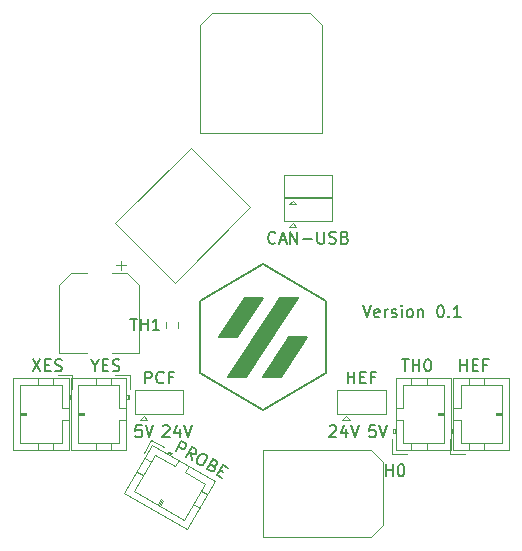
<source format=gbr>
%TF.GenerationSoftware,KiCad,Pcbnew,(5.1.10)-1*%
%TF.CreationDate,2021-12-06T16:33:20+01:00*%
%TF.ProjectId,MiniAB-CAN-Board,4d696e69-4142-42d4-9341-4e2d426f6172,rev?*%
%TF.SameCoordinates,Original*%
%TF.FileFunction,Legend,Top*%
%TF.FilePolarity,Positive*%
%FSLAX46Y46*%
G04 Gerber Fmt 4.6, Leading zero omitted, Abs format (unit mm)*
G04 Created by KiCad (PCBNEW (5.1.10)-1) date 2021-12-06 16:33:20*
%MOMM*%
%LPD*%
G01*
G04 APERTURE LIST*
%ADD10C,0.120000*%
%ADD11C,0.100000*%
%ADD12C,0.200000*%
%ADD13C,0.150000*%
G04 APERTURE END LIST*
D10*
X-24206037Y-45148081D02*
X-30582019Y-51524063D01*
X-29234981Y-40119137D02*
X-24206037Y-45148081D01*
X-35610963Y-46495119D02*
X-29234981Y-40119137D01*
X-30582019Y-51524063D02*
X-35610963Y-46495119D01*
D11*
G36*
X-23139400Y-52806600D02*
G01*
X-25374600Y-56134000D01*
X-26822400Y-56108600D01*
X-24688800Y-52908200D01*
X-24612600Y-52781200D01*
X-23139400Y-52806600D01*
G37*
X-23139400Y-52806600D02*
X-25374600Y-56134000D01*
X-26822400Y-56108600D01*
X-24688800Y-52908200D01*
X-24612600Y-52781200D01*
X-23139400Y-52806600D01*
G36*
X-21615400Y-59486800D02*
G01*
X-23063200Y-59486800D01*
X-20920864Y-56136390D01*
X-19405600Y-56134000D01*
X-21615400Y-59486800D01*
G37*
X-21615400Y-59486800D02*
X-23063200Y-59486800D01*
X-20920864Y-56136390D01*
X-19405600Y-56134000D01*
X-21615400Y-59486800D01*
G36*
X-24511000Y-59486800D02*
G01*
X-26060400Y-59486800D01*
X-21684324Y-52790080D01*
X-20167600Y-52781200D01*
X-24511000Y-59486800D01*
G37*
X-24511000Y-59486800D02*
X-26060400Y-59486800D01*
X-21684324Y-52790080D01*
X-20167600Y-52781200D01*
X-24511000Y-59486800D01*
D12*
X-21557204Y-59482700D02*
X-21557204Y-59482700D01*
X-25273404Y-56136390D02*
X-25273404Y-56136390D01*
X-25273404Y-56136390D02*
X-23084054Y-52790080D01*
X-26826404Y-56136390D02*
X-25273404Y-56136390D01*
X-24637074Y-52790080D02*
X-26826404Y-56136390D01*
X-23084054Y-52790080D02*
X-24637074Y-52790080D01*
X-23110204Y-59482700D02*
X-21557204Y-59482700D01*
X-23095184Y-49984810D02*
X-17767864Y-53060600D01*
X-20131304Y-52790080D02*
X-21684324Y-52790080D01*
X-23095184Y-49984810D02*
X-23095184Y-49984810D01*
X-23095184Y-62287975D02*
X-28422600Y-59212180D01*
X-17767864Y-59212180D02*
X-23095184Y-62287975D01*
X-28422600Y-59212180D02*
X-28422600Y-53060600D01*
X-20920864Y-56136390D02*
X-23110204Y-59482700D01*
X-19367864Y-56136390D02*
X-20920864Y-56136390D01*
X-17767864Y-53060600D02*
X-17767864Y-59212180D01*
X-21557204Y-59482700D02*
X-19367864Y-56136390D01*
X-24509944Y-59482700D02*
X-24509944Y-59482700D01*
X-26062954Y-59482700D02*
X-24509944Y-59482700D01*
X-21684324Y-52790080D02*
X-26062954Y-59482700D01*
X-24509944Y-59482700D02*
X-20131304Y-52790080D01*
X-28422600Y-53060600D02*
X-23095184Y-49984810D01*
D13*
X-14655276Y-53452780D02*
X-14321942Y-54452780D01*
X-13988609Y-53452780D01*
X-13274323Y-54405161D02*
X-13369561Y-54452780D01*
X-13560038Y-54452780D01*
X-13655276Y-54405161D01*
X-13702895Y-54309923D01*
X-13702895Y-53928971D01*
X-13655276Y-53833733D01*
X-13560038Y-53786114D01*
X-13369561Y-53786114D01*
X-13274323Y-53833733D01*
X-13226704Y-53928971D01*
X-13226704Y-54024209D01*
X-13702895Y-54119447D01*
X-12798133Y-54452780D02*
X-12798133Y-53786114D01*
X-12798133Y-53976590D02*
X-12750514Y-53881352D01*
X-12702895Y-53833733D01*
X-12607657Y-53786114D01*
X-12512419Y-53786114D01*
X-12226704Y-54405161D02*
X-12131466Y-54452780D01*
X-11940990Y-54452780D01*
X-11845752Y-54405161D01*
X-11798133Y-54309923D01*
X-11798133Y-54262304D01*
X-11845752Y-54167066D01*
X-11940990Y-54119447D01*
X-12083847Y-54119447D01*
X-12179085Y-54071828D01*
X-12226704Y-53976590D01*
X-12226704Y-53928971D01*
X-12179085Y-53833733D01*
X-12083847Y-53786114D01*
X-11940990Y-53786114D01*
X-11845752Y-53833733D01*
X-11369561Y-54452780D02*
X-11369561Y-53786114D01*
X-11369561Y-53452780D02*
X-11417180Y-53500400D01*
X-11369561Y-53548019D01*
X-11321942Y-53500400D01*
X-11369561Y-53452780D01*
X-11369561Y-53548019D01*
X-10750514Y-54452780D02*
X-10845752Y-54405161D01*
X-10893371Y-54357542D01*
X-10940990Y-54262304D01*
X-10940990Y-53976590D01*
X-10893371Y-53881352D01*
X-10845752Y-53833733D01*
X-10750514Y-53786114D01*
X-10607657Y-53786114D01*
X-10512419Y-53833733D01*
X-10464800Y-53881352D01*
X-10417180Y-53976590D01*
X-10417180Y-54262304D01*
X-10464800Y-54357542D01*
X-10512419Y-54405161D01*
X-10607657Y-54452780D01*
X-10750514Y-54452780D01*
X-9988609Y-53786114D02*
X-9988609Y-54452780D01*
X-9988609Y-53881352D02*
X-9940990Y-53833733D01*
X-9845752Y-53786114D01*
X-9702895Y-53786114D01*
X-9607657Y-53833733D01*
X-9560038Y-53928971D01*
X-9560038Y-54452780D01*
X-8131466Y-53452780D02*
X-8036228Y-53452780D01*
X-7940990Y-53500400D01*
X-7893371Y-53548019D01*
X-7845752Y-53643257D01*
X-7798133Y-53833733D01*
X-7798133Y-54071828D01*
X-7845752Y-54262304D01*
X-7893371Y-54357542D01*
X-7940990Y-54405161D01*
X-8036228Y-54452780D01*
X-8131466Y-54452780D01*
X-8226704Y-54405161D01*
X-8274323Y-54357542D01*
X-8321942Y-54262304D01*
X-8369561Y-54071828D01*
X-8369561Y-53833733D01*
X-8321942Y-53643257D01*
X-8274323Y-53548019D01*
X-8226704Y-53500400D01*
X-8131466Y-53452780D01*
X-7369561Y-54357542D02*
X-7321942Y-54405161D01*
X-7369561Y-54452780D01*
X-7417180Y-54405161D01*
X-7369561Y-54357542D01*
X-7369561Y-54452780D01*
X-6369561Y-54452780D02*
X-6940990Y-54452780D01*
X-6655276Y-54452780D02*
X-6655276Y-53452780D01*
X-6750514Y-53595638D01*
X-6845752Y-53690876D01*
X-6940990Y-53738495D01*
X-31594276Y-63708019D02*
X-31546657Y-63660400D01*
X-31451419Y-63612780D01*
X-31213323Y-63612780D01*
X-31118085Y-63660400D01*
X-31070466Y-63708019D01*
X-31022847Y-63803257D01*
X-31022847Y-63898495D01*
X-31070466Y-64041352D01*
X-31641895Y-64612780D01*
X-31022847Y-64612780D01*
X-30165704Y-63946114D02*
X-30165704Y-64612780D01*
X-30403800Y-63565161D02*
X-30641895Y-64279447D01*
X-30022847Y-64279447D01*
X-29784752Y-63612780D02*
X-29451419Y-64612780D01*
X-29118085Y-63612780D01*
X-33388276Y-63612780D02*
X-33864466Y-63612780D01*
X-33912085Y-64088971D01*
X-33864466Y-64041352D01*
X-33769228Y-63993733D01*
X-33531133Y-63993733D01*
X-33435895Y-64041352D01*
X-33388276Y-64088971D01*
X-33340657Y-64184209D01*
X-33340657Y-64422304D01*
X-33388276Y-64517542D01*
X-33435895Y-64565161D01*
X-33531133Y-64612780D01*
X-33769228Y-64612780D01*
X-33864466Y-64565161D01*
X-33912085Y-64517542D01*
X-33054942Y-63612780D02*
X-32721609Y-64612780D01*
X-32388276Y-63612780D01*
X-13601676Y-63612780D02*
X-14077866Y-63612780D01*
X-14125485Y-64088971D01*
X-14077866Y-64041352D01*
X-13982628Y-63993733D01*
X-13744533Y-63993733D01*
X-13649295Y-64041352D01*
X-13601676Y-64088971D01*
X-13554057Y-64184209D01*
X-13554057Y-64422304D01*
X-13601676Y-64517542D01*
X-13649295Y-64565161D01*
X-13744533Y-64612780D01*
X-13982628Y-64612780D01*
X-14077866Y-64565161D01*
X-14125485Y-64517542D01*
X-13268342Y-63612780D02*
X-12935009Y-64612780D01*
X-12601676Y-63612780D01*
X-17471876Y-63708019D02*
X-17424257Y-63660400D01*
X-17329019Y-63612780D01*
X-17090923Y-63612780D01*
X-16995685Y-63660400D01*
X-16948066Y-63708019D01*
X-16900447Y-63803257D01*
X-16900447Y-63898495D01*
X-16948066Y-64041352D01*
X-17519495Y-64612780D01*
X-16900447Y-64612780D01*
X-16043304Y-63946114D02*
X-16043304Y-64612780D01*
X-16281400Y-63565161D02*
X-16519495Y-64279447D01*
X-15900447Y-64279447D01*
X-15662352Y-63612780D02*
X-15329019Y-64612780D01*
X-14995685Y-63612780D01*
D10*
%TO.C,J6*%
X-23096400Y-73077800D02*
X-23096400Y-65707800D01*
X-13966400Y-73077800D02*
X-23096400Y-73077800D01*
X-12966400Y-72077800D02*
X-13966400Y-73077800D01*
X-12966400Y-66707800D02*
X-12966400Y-72077800D01*
X-13966400Y-65707800D02*
X-12966400Y-66707800D01*
X-23096400Y-65707800D02*
X-13966400Y-65707800D01*
%TO.C,TH1*%
X-31307300Y-54880742D02*
X-31307300Y-55355258D01*
X-30262300Y-54880742D02*
X-30262300Y-55355258D01*
%TO.C,JP4*%
X-33952400Y-60620400D02*
X-29852400Y-60620400D01*
X-29852400Y-60620400D02*
X-29852400Y-62620400D01*
X-29852400Y-62620400D02*
X-33952400Y-62620400D01*
X-33952400Y-62620400D02*
X-33952400Y-60620400D01*
X-33202400Y-62820400D02*
X-33502400Y-63120400D01*
X-33502400Y-63120400D02*
X-32902400Y-63120400D01*
X-33202400Y-62820400D02*
X-32902400Y-63120400D01*
%TO.C,JP3*%
X-16832800Y-60620400D02*
X-12732800Y-60620400D01*
X-12732800Y-60620400D02*
X-12732800Y-62620400D01*
X-12732800Y-62620400D02*
X-16832800Y-62620400D01*
X-16832800Y-62620400D02*
X-16832800Y-60620400D01*
X-16082800Y-62820400D02*
X-16382800Y-63120400D01*
X-16382800Y-63120400D02*
X-15782800Y-63120400D01*
X-16082800Y-62820400D02*
X-15782800Y-63120400D01*
%TO.C,JP2*%
X-21354000Y-44313600D02*
X-17254000Y-44313600D01*
X-17254000Y-44313600D02*
X-17254000Y-46313600D01*
X-17254000Y-46313600D02*
X-21354000Y-46313600D01*
X-21354000Y-46313600D02*
X-21354000Y-44313600D01*
X-20604000Y-46513600D02*
X-20904000Y-46813600D01*
X-20904000Y-46813600D02*
X-20304000Y-46813600D01*
X-20604000Y-46513600D02*
X-20304000Y-46813600D01*
%TO.C,JP1*%
X-21354000Y-42383200D02*
X-17254000Y-42383200D01*
X-17254000Y-42383200D02*
X-17254000Y-44383200D01*
X-17254000Y-44383200D02*
X-21354000Y-44383200D01*
X-21354000Y-44383200D02*
X-21354000Y-42383200D01*
X-20604000Y-44583200D02*
X-20904000Y-44883200D01*
X-20904000Y-44883200D02*
X-20304000Y-44883200D01*
X-20604000Y-44583200D02*
X-20304000Y-44883200D01*
%TO.C,J10*%
X-12168400Y-66012400D02*
X-10918400Y-66012400D01*
X-12168400Y-64762400D02*
X-12168400Y-66012400D01*
X-7758400Y-62652400D02*
X-8258400Y-62652400D01*
X-8258400Y-62552400D02*
X-7758400Y-62552400D01*
X-8258400Y-62752400D02*
X-8258400Y-62552400D01*
X-7758400Y-62752400D02*
X-8258400Y-62752400D01*
X-9258400Y-59592400D02*
X-9258400Y-60202400D01*
X-10558400Y-59592400D02*
X-10558400Y-60202400D01*
X-9258400Y-65712400D02*
X-9258400Y-65102400D01*
X-10558400Y-65712400D02*
X-10558400Y-65102400D01*
X-11258400Y-62152400D02*
X-11868400Y-62152400D01*
X-11258400Y-60202400D02*
X-11258400Y-62152400D01*
X-7758400Y-60202400D02*
X-11258400Y-60202400D01*
X-7758400Y-65102400D02*
X-7758400Y-60202400D01*
X-11258400Y-65102400D02*
X-7758400Y-65102400D01*
X-11258400Y-63152400D02*
X-11258400Y-65102400D01*
X-11868400Y-63152400D02*
X-11258400Y-63152400D01*
X-11968400Y-63952400D02*
X-11968400Y-64252400D01*
X-12068400Y-64252400D02*
X-11868400Y-64252400D01*
X-12068400Y-63952400D02*
X-12068400Y-64252400D01*
X-11868400Y-63952400D02*
X-12068400Y-63952400D01*
X-11868400Y-59592400D02*
X-11868400Y-65712400D01*
X-7148400Y-59592400D02*
X-11868400Y-59592400D01*
X-7148400Y-65712400D02*
X-7148400Y-59592400D01*
X-11868400Y-65712400D02*
X-7148400Y-65712400D01*
%TO.C,J7*%
X-7291600Y-66012400D02*
X-6041600Y-66012400D01*
X-7291600Y-64762400D02*
X-7291600Y-66012400D01*
X-2881600Y-62652400D02*
X-3381600Y-62652400D01*
X-3381600Y-62552400D02*
X-2881600Y-62552400D01*
X-3381600Y-62752400D02*
X-3381600Y-62552400D01*
X-2881600Y-62752400D02*
X-3381600Y-62752400D01*
X-4381600Y-59592400D02*
X-4381600Y-60202400D01*
X-5681600Y-59592400D02*
X-5681600Y-60202400D01*
X-4381600Y-65712400D02*
X-4381600Y-65102400D01*
X-5681600Y-65712400D02*
X-5681600Y-65102400D01*
X-6381600Y-62152400D02*
X-6991600Y-62152400D01*
X-6381600Y-60202400D02*
X-6381600Y-62152400D01*
X-2881600Y-60202400D02*
X-6381600Y-60202400D01*
X-2881600Y-65102400D02*
X-2881600Y-60202400D01*
X-6381600Y-65102400D02*
X-2881600Y-65102400D01*
X-6381600Y-63152400D02*
X-6381600Y-65102400D01*
X-6991600Y-63152400D02*
X-6381600Y-63152400D01*
X-7091600Y-63952400D02*
X-7091600Y-64252400D01*
X-7191600Y-64252400D02*
X-6991600Y-64252400D01*
X-7191600Y-63952400D02*
X-7191600Y-64252400D01*
X-6991600Y-63952400D02*
X-7191600Y-63952400D01*
X-6991600Y-59592400D02*
X-6991600Y-65712400D01*
X-2271600Y-59592400D02*
X-6991600Y-59592400D01*
X-2271600Y-65712400D02*
X-2271600Y-59592400D01*
X-6991600Y-65712400D02*
X-2271600Y-65712400D01*
%TO.C,J5*%
X-39241200Y-59311200D02*
X-40491200Y-59311200D01*
X-39241200Y-60561200D02*
X-39241200Y-59311200D01*
X-43651200Y-62671200D02*
X-43151200Y-62671200D01*
X-43151200Y-62771200D02*
X-43651200Y-62771200D01*
X-43151200Y-62571200D02*
X-43151200Y-62771200D01*
X-43651200Y-62571200D02*
X-43151200Y-62571200D01*
X-42151200Y-65731200D02*
X-42151200Y-65121200D01*
X-40851200Y-65731200D02*
X-40851200Y-65121200D01*
X-42151200Y-59611200D02*
X-42151200Y-60221200D01*
X-40851200Y-59611200D02*
X-40851200Y-60221200D01*
X-40151200Y-63171200D02*
X-39541200Y-63171200D01*
X-40151200Y-65121200D02*
X-40151200Y-63171200D01*
X-43651200Y-65121200D02*
X-40151200Y-65121200D01*
X-43651200Y-60221200D02*
X-43651200Y-65121200D01*
X-40151200Y-60221200D02*
X-43651200Y-60221200D01*
X-40151200Y-62171200D02*
X-40151200Y-60221200D01*
X-39541200Y-62171200D02*
X-40151200Y-62171200D01*
X-39441200Y-61371200D02*
X-39441200Y-61071200D01*
X-39341200Y-61071200D02*
X-39541200Y-61071200D01*
X-39341200Y-61371200D02*
X-39341200Y-61071200D01*
X-39541200Y-61371200D02*
X-39341200Y-61371200D01*
X-39541200Y-65731200D02*
X-39541200Y-59611200D01*
X-44261200Y-65731200D02*
X-39541200Y-65731200D01*
X-44261200Y-59611200D02*
X-44261200Y-65731200D01*
X-39541200Y-59611200D02*
X-44261200Y-59611200D01*
%TO.C,J4*%
X-34364400Y-59311200D02*
X-35614400Y-59311200D01*
X-34364400Y-60561200D02*
X-34364400Y-59311200D01*
X-38774400Y-62671200D02*
X-38274400Y-62671200D01*
X-38274400Y-62771200D02*
X-38774400Y-62771200D01*
X-38274400Y-62571200D02*
X-38274400Y-62771200D01*
X-38774400Y-62571200D02*
X-38274400Y-62571200D01*
X-37274400Y-65731200D02*
X-37274400Y-65121200D01*
X-35974400Y-65731200D02*
X-35974400Y-65121200D01*
X-37274400Y-59611200D02*
X-37274400Y-60221200D01*
X-35974400Y-59611200D02*
X-35974400Y-60221200D01*
X-35274400Y-63171200D02*
X-34664400Y-63171200D01*
X-35274400Y-65121200D02*
X-35274400Y-63171200D01*
X-38774400Y-65121200D02*
X-35274400Y-65121200D01*
X-38774400Y-60221200D02*
X-38774400Y-65121200D01*
X-35274400Y-60221200D02*
X-38774400Y-60221200D01*
X-35274400Y-62171200D02*
X-35274400Y-60221200D01*
X-34664400Y-62171200D02*
X-35274400Y-62171200D01*
X-34564400Y-61371200D02*
X-34564400Y-61071200D01*
X-34464400Y-61071200D02*
X-34664400Y-61071200D01*
X-34464400Y-61371200D02*
X-34464400Y-61071200D01*
X-34664400Y-61371200D02*
X-34464400Y-61371200D01*
X-34664400Y-65731200D02*
X-34664400Y-59611200D01*
X-39384400Y-65731200D02*
X-34664400Y-65731200D01*
X-39384400Y-59611200D02*
X-39384400Y-65731200D01*
X-34664400Y-59611200D02*
X-39384400Y-59611200D01*
%TO.C,J3*%
X-32586420Y-64861486D02*
X-33211420Y-65944018D01*
X-31503888Y-65486486D02*
X-32586420Y-64861486D01*
X-31881575Y-70360658D02*
X-31631575Y-69927646D01*
X-31544972Y-69977646D02*
X-31794972Y-70410658D01*
X-31718177Y-69877646D02*
X-31544972Y-69977646D01*
X-31968177Y-70310658D02*
X-31718177Y-69877646D01*
X-28481537Y-70591620D02*
X-29009812Y-70286620D01*
X-27831537Y-69465787D02*
X-28359812Y-69160787D01*
X-33781612Y-67531620D02*
X-33253337Y-67836620D01*
X-33131612Y-66405787D02*
X-32603337Y-66710787D01*
X-29698562Y-67579570D02*
X-29393562Y-67051294D01*
X-28009812Y-68554570D02*
X-29698562Y-67579570D01*
X-29759812Y-71585658D02*
X-28009812Y-68554570D01*
X-34003337Y-69135658D02*
X-29759812Y-71585658D01*
X-32253337Y-66104570D02*
X-34003337Y-69135658D01*
X-30564587Y-67079570D02*
X-32253337Y-66104570D01*
X-30259587Y-66551294D02*
X-30564587Y-67079570D01*
X-30902408Y-66064691D02*
X-31162215Y-65914691D01*
X-31112215Y-65828089D02*
X-31212215Y-66001294D01*
X-30852408Y-65978089D02*
X-31112215Y-65828089D01*
X-30952408Y-66151294D02*
X-30852408Y-65978089D01*
X-27176537Y-68331294D02*
X-32476612Y-65271294D01*
X-29536537Y-72418934D02*
X-27176537Y-68331294D01*
X-34836612Y-69358934D02*
X-29536537Y-72418934D01*
X-32476612Y-65271294D02*
X-34836612Y-69358934D01*
%TO.C,J2*%
X-18092700Y-38857100D02*
X-28462700Y-38857100D01*
X-18092700Y-29727100D02*
X-18092700Y-38857100D01*
X-19092700Y-28727100D02*
X-18092700Y-29727100D01*
X-27462700Y-28727100D02*
X-19092700Y-28727100D01*
X-28462700Y-29727100D02*
X-27462700Y-28727100D01*
X-28462700Y-38857100D02*
X-28462700Y-29727100D01*
%TO.C,C33*%
X-34741150Y-50058250D02*
X-35528650Y-50058250D01*
X-35134900Y-49664500D02*
X-35134900Y-50452000D01*
X-39327963Y-50692000D02*
X-40392400Y-51756437D01*
X-34636837Y-50692000D02*
X-33572400Y-51756437D01*
X-34636837Y-50692000D02*
X-35922400Y-50692000D01*
X-39327963Y-50692000D02*
X-38042400Y-50692000D01*
X-40392400Y-51756437D02*
X-40392400Y-57512000D01*
X-33572400Y-51756437D02*
X-33572400Y-57512000D01*
X-33572400Y-57512000D02*
X-35922400Y-57512000D01*
X-40392400Y-57512000D02*
X-38042400Y-57512000D01*
%TO.C,J6*%
D13*
X-12699904Y-67914780D02*
X-12699904Y-66914780D01*
X-12699904Y-67390971D02*
X-12128476Y-67390971D01*
X-12128476Y-67914780D02*
X-12128476Y-66914780D01*
X-11461809Y-66914780D02*
X-11366571Y-66914780D01*
X-11271333Y-66962400D01*
X-11223714Y-67010019D01*
X-11176095Y-67105257D01*
X-11128476Y-67295733D01*
X-11128476Y-67533828D01*
X-11176095Y-67724304D01*
X-11223714Y-67819542D01*
X-11271333Y-67867161D01*
X-11366571Y-67914780D01*
X-11461809Y-67914780D01*
X-11557047Y-67867161D01*
X-11604666Y-67819542D01*
X-11652285Y-67724304D01*
X-11699904Y-67533828D01*
X-11699904Y-67295733D01*
X-11652285Y-67105257D01*
X-11604666Y-67010019D01*
X-11557047Y-66962400D01*
X-11461809Y-66914780D01*
%TO.C,TH1*%
X-34356514Y-54570380D02*
X-33785085Y-54570380D01*
X-34070800Y-55570380D02*
X-34070800Y-54570380D01*
X-33451752Y-55570380D02*
X-33451752Y-54570380D01*
X-33451752Y-55046571D02*
X-32880323Y-55046571D01*
X-32880323Y-55570380D02*
X-32880323Y-54570380D01*
X-31880323Y-55570380D02*
X-32451752Y-55570380D01*
X-32166038Y-55570380D02*
X-32166038Y-54570380D01*
X-32261276Y-54713238D01*
X-32356514Y-54808476D01*
X-32451752Y-54856095D01*
%TO.C,JP4*%
X-33092876Y-60066180D02*
X-33092876Y-59066180D01*
X-32711923Y-59066180D01*
X-32616685Y-59113800D01*
X-32569066Y-59161419D01*
X-32521447Y-59256657D01*
X-32521447Y-59399514D01*
X-32569066Y-59494752D01*
X-32616685Y-59542371D01*
X-32711923Y-59589990D01*
X-33092876Y-59589990D01*
X-31521447Y-59970942D02*
X-31569066Y-60018561D01*
X-31711923Y-60066180D01*
X-31807161Y-60066180D01*
X-31950019Y-60018561D01*
X-32045257Y-59923323D01*
X-32092876Y-59828085D01*
X-32140495Y-59637609D01*
X-32140495Y-59494752D01*
X-32092876Y-59304276D01*
X-32045257Y-59209038D01*
X-31950019Y-59113800D01*
X-31807161Y-59066180D01*
X-31711923Y-59066180D01*
X-31569066Y-59113800D01*
X-31521447Y-59161419D01*
X-30759542Y-59542371D02*
X-31092876Y-59542371D01*
X-31092876Y-60066180D02*
X-31092876Y-59066180D01*
X-30616685Y-59066180D01*
%TO.C,JP3*%
X-15949466Y-60066180D02*
X-15949466Y-59066180D01*
X-15949466Y-59542371D02*
X-15378038Y-59542371D01*
X-15378038Y-60066180D02*
X-15378038Y-59066180D01*
X-14901847Y-59542371D02*
X-14568514Y-59542371D01*
X-14425657Y-60066180D02*
X-14901847Y-60066180D01*
X-14901847Y-59066180D01*
X-14425657Y-59066180D01*
X-13663752Y-59542371D02*
X-13997085Y-59542371D01*
X-13997085Y-60066180D02*
X-13997085Y-59066180D01*
X-13520895Y-59066180D01*
%TO.C,JP2*%
X-22065904Y-48134542D02*
X-22113523Y-48182161D01*
X-22256380Y-48229780D01*
X-22351619Y-48229780D01*
X-22494476Y-48182161D01*
X-22589714Y-48086923D01*
X-22637333Y-47991685D01*
X-22684952Y-47801209D01*
X-22684952Y-47658352D01*
X-22637333Y-47467876D01*
X-22589714Y-47372638D01*
X-22494476Y-47277400D01*
X-22351619Y-47229780D01*
X-22256380Y-47229780D01*
X-22113523Y-47277400D01*
X-22065904Y-47325019D01*
X-21684952Y-47944066D02*
X-21208761Y-47944066D01*
X-21780190Y-48229780D02*
X-21446857Y-47229780D01*
X-21113523Y-48229780D01*
X-20780190Y-48229780D02*
X-20780190Y-47229780D01*
X-20208761Y-48229780D01*
X-20208761Y-47229780D01*
X-19732571Y-47848828D02*
X-18970666Y-47848828D01*
X-18494476Y-47229780D02*
X-18494476Y-48039304D01*
X-18446857Y-48134542D01*
X-18399238Y-48182161D01*
X-18304000Y-48229780D01*
X-18113523Y-48229780D01*
X-18018285Y-48182161D01*
X-17970666Y-48134542D01*
X-17923047Y-48039304D01*
X-17923047Y-47229780D01*
X-17494476Y-48182161D02*
X-17351619Y-48229780D01*
X-17113523Y-48229780D01*
X-17018285Y-48182161D01*
X-16970666Y-48134542D01*
X-16923047Y-48039304D01*
X-16923047Y-47944066D01*
X-16970666Y-47848828D01*
X-17018285Y-47801209D01*
X-17113523Y-47753590D01*
X-17304000Y-47705971D01*
X-17399238Y-47658352D01*
X-17446857Y-47610733D01*
X-17494476Y-47515495D01*
X-17494476Y-47420257D01*
X-17446857Y-47325019D01*
X-17399238Y-47277400D01*
X-17304000Y-47229780D01*
X-17065904Y-47229780D01*
X-16923047Y-47277400D01*
X-16161142Y-47705971D02*
X-16018285Y-47753590D01*
X-15970666Y-47801209D01*
X-15923047Y-47896447D01*
X-15923047Y-48039304D01*
X-15970666Y-48134542D01*
X-16018285Y-48182161D01*
X-16113523Y-48229780D01*
X-16494476Y-48229780D01*
X-16494476Y-47229780D01*
X-16161142Y-47229780D01*
X-16065904Y-47277400D01*
X-16018285Y-47325019D01*
X-15970666Y-47420257D01*
X-15970666Y-47515495D01*
X-16018285Y-47610733D01*
X-16065904Y-47658352D01*
X-16161142Y-47705971D01*
X-16494476Y-47705971D01*
%TO.C,J10*%
X-11344114Y-58024780D02*
X-10772685Y-58024780D01*
X-11058400Y-59024780D02*
X-11058400Y-58024780D01*
X-10439352Y-59024780D02*
X-10439352Y-58024780D01*
X-10439352Y-58500971D02*
X-9867923Y-58500971D01*
X-9867923Y-59024780D02*
X-9867923Y-58024780D01*
X-9201257Y-58024780D02*
X-9106019Y-58024780D01*
X-9010780Y-58072400D01*
X-8963161Y-58120019D01*
X-8915542Y-58215257D01*
X-8867923Y-58405733D01*
X-8867923Y-58643828D01*
X-8915542Y-58834304D01*
X-8963161Y-58929542D01*
X-9010780Y-58977161D01*
X-9106019Y-59024780D01*
X-9201257Y-59024780D01*
X-9296495Y-58977161D01*
X-9344114Y-58929542D01*
X-9391733Y-58834304D01*
X-9439352Y-58643828D01*
X-9439352Y-58405733D01*
X-9391733Y-58215257D01*
X-9344114Y-58120019D01*
X-9296495Y-58072400D01*
X-9201257Y-58024780D01*
%TO.C,J7*%
X-6399066Y-59024780D02*
X-6399066Y-58024780D01*
X-6399066Y-58500971D02*
X-5827638Y-58500971D01*
X-5827638Y-59024780D02*
X-5827638Y-58024780D01*
X-5351447Y-58500971D02*
X-5018114Y-58500971D01*
X-4875257Y-59024780D02*
X-5351447Y-59024780D01*
X-5351447Y-58024780D01*
X-4875257Y-58024780D01*
X-4113352Y-58500971D02*
X-4446685Y-58500971D01*
X-4446685Y-59024780D02*
X-4446685Y-58024780D01*
X-3970495Y-58024780D01*
%TO.C,J5*%
X-42613104Y-58024780D02*
X-41946438Y-59024780D01*
X-41946438Y-58024780D02*
X-42613104Y-59024780D01*
X-41565485Y-58500971D02*
X-41232152Y-58500971D01*
X-41089295Y-59024780D02*
X-41565485Y-59024780D01*
X-41565485Y-58024780D01*
X-41089295Y-58024780D01*
X-40708342Y-58977161D02*
X-40565485Y-59024780D01*
X-40327390Y-59024780D01*
X-40232152Y-58977161D01*
X-40184533Y-58929542D01*
X-40136914Y-58834304D01*
X-40136914Y-58739066D01*
X-40184533Y-58643828D01*
X-40232152Y-58596209D01*
X-40327390Y-58548590D01*
X-40517866Y-58500971D01*
X-40613104Y-58453352D01*
X-40660723Y-58405733D01*
X-40708342Y-58310495D01*
X-40708342Y-58215257D01*
X-40660723Y-58120019D01*
X-40613104Y-58072400D01*
X-40517866Y-58024780D01*
X-40279771Y-58024780D01*
X-40136914Y-58072400D01*
%TO.C,J4*%
X-37352171Y-58548590D02*
X-37352171Y-59024780D01*
X-37685504Y-58024780D02*
X-37352171Y-58548590D01*
X-37018838Y-58024780D01*
X-36685504Y-58500971D02*
X-36352171Y-58500971D01*
X-36209314Y-59024780D02*
X-36685504Y-59024780D01*
X-36685504Y-58024780D01*
X-36209314Y-58024780D01*
X-35828361Y-58977161D02*
X-35685504Y-59024780D01*
X-35447409Y-59024780D01*
X-35352171Y-58977161D01*
X-35304552Y-58929542D01*
X-35256933Y-58834304D01*
X-35256933Y-58739066D01*
X-35304552Y-58643828D01*
X-35352171Y-58596209D01*
X-35447409Y-58548590D01*
X-35637885Y-58500971D01*
X-35733123Y-58453352D01*
X-35780742Y-58405733D01*
X-35828361Y-58310495D01*
X-35828361Y-58215257D01*
X-35780742Y-58120019D01*
X-35733123Y-58072400D01*
X-35637885Y-58024780D01*
X-35399790Y-58024780D01*
X-35256933Y-58072400D01*
%TO.C,J3*%
X-30510837Y-65795325D02*
X-30010837Y-64929300D01*
X-29680923Y-65119776D01*
X-29622254Y-65208634D01*
X-29604824Y-65273683D01*
X-29611204Y-65379971D01*
X-29682632Y-65503689D01*
X-29771491Y-65562358D01*
X-29836539Y-65579788D01*
X-29942828Y-65573408D01*
X-30272742Y-65382932D01*
X-29149940Y-66581040D02*
X-29200520Y-66001980D01*
X-29644812Y-66295325D02*
X-29144812Y-65429300D01*
X-28814897Y-65619776D01*
X-28756228Y-65708634D01*
X-28738799Y-65773683D01*
X-28745178Y-65879971D01*
X-28816607Y-66003689D01*
X-28905465Y-66062358D01*
X-28970514Y-66079788D01*
X-29076802Y-66073408D01*
X-29406717Y-65882932D01*
X-28113829Y-66024538D02*
X-27948872Y-66119776D01*
X-27890203Y-66208634D01*
X-27855343Y-66338732D01*
X-27909342Y-66527499D01*
X-28076009Y-66816174D01*
X-28212486Y-66957322D01*
X-28342584Y-66992181D01*
X-28448872Y-66985801D01*
X-28613829Y-66890563D01*
X-28672498Y-66801705D01*
X-28707358Y-66671607D01*
X-28653359Y-66482841D01*
X-28486692Y-66194165D01*
X-28350215Y-66053018D01*
X-28220117Y-66018158D01*
X-28113829Y-66024538D01*
X-27320942Y-67032169D02*
X-27221034Y-67144837D01*
X-27203604Y-67209886D01*
X-27209983Y-67316174D01*
X-27281412Y-67439892D01*
X-27370270Y-67498561D01*
X-27435319Y-67515991D01*
X-27541607Y-67509611D01*
X-27871522Y-67319135D01*
X-27371522Y-66453109D01*
X-27082847Y-66619776D01*
X-27024178Y-66708634D01*
X-27006748Y-66773683D01*
X-27013128Y-66879971D01*
X-27060747Y-66962450D01*
X-27149605Y-67021119D01*
X-27214654Y-67038549D01*
X-27320942Y-67032169D01*
X-27609617Y-66865502D01*
X-26743592Y-67365502D02*
X-26454916Y-67532169D01*
X-26593103Y-68057230D02*
X-27005496Y-67819135D01*
X-26505496Y-66953109D01*
X-26093103Y-67191205D01*
%TD*%
M02*

</source>
